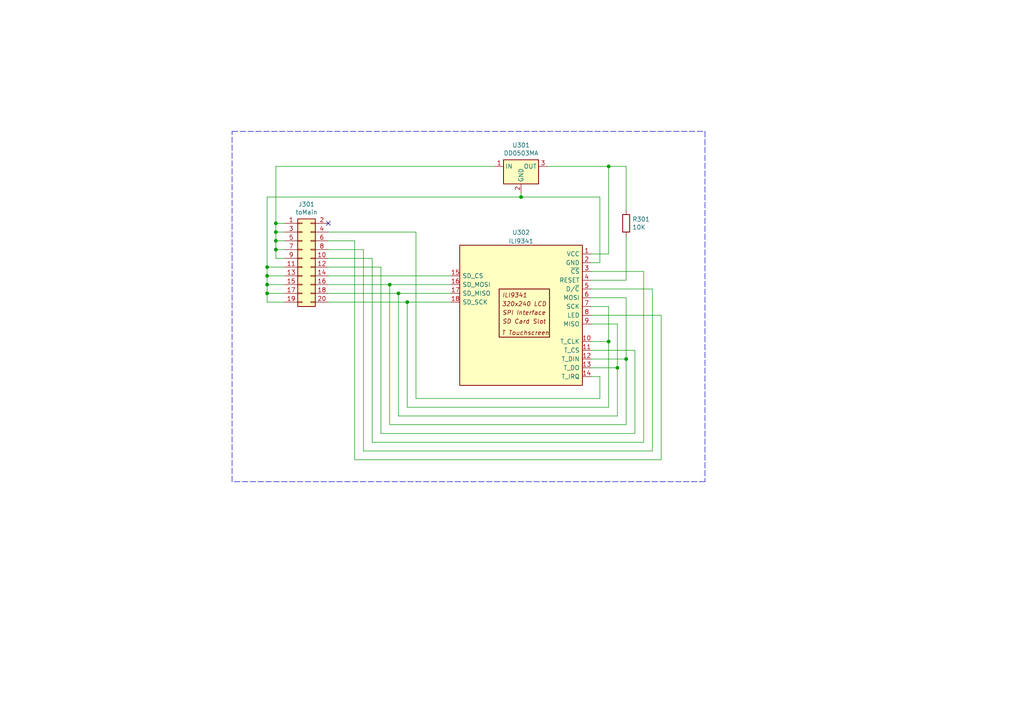
<source format=kicad_sch>
(kicad_sch (version 20211123) (generator eeschema)
  (paper "A4")
  (title_block (title "Brewboard") (date "2018-05-23") (rev "1.1") (company "MBSE") (comment 1 "TFT board"))
  (lib_symbols
    (symbol "Connector_Generic:Conn_02x10_Odd_Even" (pin_names (offset 1.016) hide)
      (property "Reference" "J" (at 1.27 12.7 0))
      (property "Value" "Conn_02x10_Odd_Even" (at 1.27 -15.24 0))
      (symbol "Conn_02x10_Odd_Even_1_1"
        (rectangle (start -1.27 -12.573) (end 0 -12.827) (stroke (width 0.1524)))
        (rectangle (start -1.27 -10.033) (end 0 -10.287) (stroke (width 0.1524)))
        (rectangle (start -1.27 -7.493) (end 0 -7.747) (stroke (width 0.1524)))
        (rectangle (start -1.27 -4.953) (end 0 -5.207) (stroke (width 0.1524)))
        (rectangle (start -1.27 -2.413) (end 0 -2.667) (stroke (width 0.1524)))
        (rectangle (start -1.27 0.127) (end 0 -0.127) (stroke (width 0.1524)))
        (rectangle (start -1.27 2.667) (end 0 2.413) (stroke (width 0.1524)))
        (rectangle (start -1.27 5.207) (end 0 4.953) (stroke (width 0.1524)))
        (rectangle (start -1.27 7.747) (end 0 7.493) (stroke (width 0.1524)))
        (rectangle (start -1.27 10.287) (end 0 10.033) (stroke (width 0.1524)))
        (rectangle (start -1.27 11.43) (end 3.81 -13.97) (stroke (width 0.254)) (fill (type background)))
        (rectangle (start 3.81 -12.573) (end 2.54 -12.827) (stroke (width 0.1524)))
        (rectangle (start 3.81 -10.033) (end 2.54 -10.287) (stroke (width 0.1524)))
        (rectangle (start 3.81 -7.493) (end 2.54 -7.747) (stroke (width 0.1524)))
        (rectangle (start 3.81 -4.953) (end 2.54 -5.207) (stroke (width 0.1524)))
        (rectangle (start 3.81 -2.413) (end 2.54 -2.667) (stroke (width 0.1524)))
        (rectangle (start 3.81 0.127) (end 2.54 -0.127) (stroke (width 0.1524)))
        (rectangle (start 3.81 2.667) (end 2.54 2.413) (stroke (width 0.1524)))
        (rectangle (start 3.81 5.207) (end 2.54 4.953) (stroke (width 0.1524)))
        (rectangle (start 3.81 7.747) (end 2.54 7.493) (stroke (width 0.1524)))
        (rectangle (start 3.81 10.287) (end 2.54 10.033) (stroke (width 0.1524)))
        (pin passive line (at -5.08 10.16 0) (length 3.81) (name "Pin_1") (number "1"))
        (pin passive line (at 7.62 0 180) (length 3.81) (name "Pin_10") (number "10"))
        (pin passive line (at -5.08 -2.54 0) (length 3.81) (name "Pin_11") (number "11"))
        (pin passive line (at 7.62 -2.54 180) (length 3.81) (name "Pin_12") (number "12"))
        (pin passive line (at -5.08 -5.08 0) (length 3.81) (name "Pin_13") (number "13"))
        (pin passive line (at 7.62 -5.08 180) (length 3.81) (name "Pin_14") (number "14"))
        (pin passive line (at -5.08 -7.62 0) (length 3.81) (name "Pin_15") (number "15"))
        (pin passive line (at 7.62 -7.62 180) (length 3.81) (name "Pin_16") (number "16"))
        (pin passive line (at -5.08 -10.16 0) (length 3.81) (name "Pin_17") (number "17"))
        (pin passive line (at 7.62 -10.16 180) (length 3.81) (name "Pin_18") (number "18"))
        (pin passive line (at -5.08 -12.7 0) (length 3.81) (name "Pin_19") (number "19"))
        (pin passive line (at 7.62 10.16 180) (length 3.81) (name "Pin_2") (number "2"))
        (pin passive line (at 7.62 -12.7 180) (length 3.81) (name "Pin_20") (number "20"))
        (pin passive line (at -5.08 7.62 0) (length 3.81) (name "Pin_3") (number "3"))
        (pin passive line (at 7.62 7.62 180) (length 3.81) (name "Pin_4") (number "4"))
        (pin passive line (at -5.08 5.08 0) (length 3.81) (name "Pin_5") (number "5"))
        (pin passive line (at 7.62 5.08 180) (length 3.81) (name "Pin_6") (number "6"))
        (pin passive line (at -5.08 2.54 0) (length 3.81) (name "Pin_7") (number "7"))
        (pin passive line (at 7.62 2.54 180) (length 3.81) (name "Pin_8") (number "8"))
        (pin passive line (at -5.08 0 0) (length 3.81) (name "Pin_9") (number "9"))
      )
    )
    (symbol "Converter_DCDC:OKI-78SR-3.3_1.5-W36-C"
      (property "Reference" "U" (at -3.81 3.175 0))
      (property "Value" "OKI-78SR-3.3_1.5-W36-C" (at 0 3.175 0))
      (symbol "OKI-78SR-3.3_1.5-W36-C_0_1"
        (rectangle (start -5.08 1.905) (end 5.08 -5.08) (stroke (width 0.254)) (fill (type background)))
      )
      (symbol "OKI-78SR-3.3_1.5-W36-C_1_1"
        (pin power_in line (at -7.62 0 0) (length 2.54) (name "IN") (number "1"))
        (pin power_in line (at 0 -7.62 90) (length 2.54) (name "GND") (number "2"))
        (pin power_out line (at 7.62 0 180) (length 2.54) (name "OUT") (number "3"))
      )
    )
    (symbol "Device:R" (pin_numbers hide) (pin_names (offset 0))
      (property "Reference" "R" (at 2.032 0 90))
      (property "Value" "R" (at 0 0 90))
      (symbol "R_0_1"
        (rectangle (start -1.016 -2.54) (end 1.016 2.54) (stroke (width 0.254)))
      )
      (symbol "R_1_1"
        (pin passive line (at 0 3.81 270) (length 1.27) (name "~") (number "1"))
        (pin passive line (at 0 -3.81 90) (length 1.27) (name "~") (number "2"))
      )
    )
    (symbol "TFT_SD:ILI9341" (pin_names (offset 0.762))
      (property "Reference" "U" (at -17.78 20.32 0))
      (property "Value" "ILI9341" (at 2.54 20.32 0))
      (symbol "ILI9341_0_0"
        (text "320x240 LCD" (at 0.889 2.032 0) (effects (font (size 1.27 1.27) italic)))
        (text "ILI9341" (at -5.461 4.572 0) (effects (font (size 1.27 1.27) italic) (justify left)))
        (text "SD Card Slot" (at -5.461 -3.048 0) (effects (font (size 1.27 1.27) italic) (justify left)))
        (text "SPI Interface" (at -5.461 -0.508 0) (effects (font (size 1.27 1.27) italic) (justify left)))
        (text "T Touchscreen" (at 1.27 -6.35 0) (effects (font (size 1.27 1.27) italic)))
        (pin input line (at 20.32 -8.89 180) (length 2.54) (name "T_CLK") (number "10"))
        (pin input line (at 20.32 -11.43 180) (length 2.54) (name "T_CS") (number "11"))
        (pin input line (at 20.32 -13.97 180) (length 2.54) (name "T_DIN") (number "12"))
        (pin tri_state line (at 20.32 -16.51 180) (length 2.54) (name "T_DO") (number "13"))
        (pin open_collector line (at 20.32 -19.05 180) (length 2.54) (name "T_IRQ") (number "14"))
      )
      (symbol "ILI9341_0_1"
        (rectangle (start -17.78 19.05) (end 17.78 -21.59) (stroke (width 0.254)) (fill (type background)))
        (rectangle (start -6.35 6.35) (end 8.255 -7.62) (stroke (width 0.254)))
      )
      (symbol "ILI9341_1_1"
        (pin power_in line (at 20.32 16.51 180) (length 2.54) (name "VCC") (number "1"))
        (pin input line (at -20.32 10.16 0) (length 2.54) (name "SD_CS") (number "15"))
        (pin input line (at -20.32 7.62 0) (length 2.54) (name "SD_MOSI") (number "16"))
        (pin tri_state line (at -20.32 5.08 0) (length 2.54) (name "SD_MISO") (number "17"))
        (pin input line (at -20.32 2.54 0) (length 2.54) (name "SD_SCK") (number "18"))
        (pin power_in line (at 20.32 13.97 180) (length 2.54) (name "GND") (number "2"))
        (pin input line (at 20.32 11.43 180) (length 2.54) (name "~{CS}") (number "3"))
        (pin input line (at 20.32 8.89 180) (length 2.54) (name "RESET") (number "4"))
        (pin input line (at 20.32 6.35 180) (length 2.54) (name "D/~{C}") (number "5"))
        (pin input line (at 20.32 3.81 180) (length 2.54) (name "MOSI") (number "6"))
        (pin input line (at 20.32 1.27 180) (length 2.54) (name "SCK") (number "7"))
        (pin input line (at 20.32 -1.27 180) (length 2.54) (name "LED") (number "8"))
        (pin tri_state line (at 20.32 -3.81 180) (length 2.54) (name "MISO") (number "9"))
      )
    )
  )
  (junction (at 77.47 80.01))
  (junction (at 176.53 48.26))
  (junction (at 115.57 85.09))
  (junction (at 77.47 77.47))
  (junction (at 77.47 85.09))
  (junction (at 80.01 67.31))
  (junction (at 179.07 106.68))
  (junction (at 77.47 82.55))
  (junction (at 176.53 99.06))
  (junction (at 80.01 69.85))
  (junction (at 80.01 64.77))
  (junction (at 113.03 82.55))
  (junction (at 80.01 72.39))
  (junction (at 151.13 57.15))
  (junction (at 118.11 87.63))
  (junction (at 181.61 104.14))
  (no_connect (at 95.25 64.77))
  (wire (pts (xy 181.61 60.96) (xy 181.61 48.26)))
  (wire (pts (xy 171.45 91.44) (xy 191.77 91.44)))
  (wire (pts (xy 95.25 80.01) (xy 130.81 80.01)))
  (wire (pts (xy 181.61 81.28) (xy 181.61 68.58)))
  (wire (pts (xy 171.45 83.82) (xy 189.23 83.82)))
  (wire (pts (xy 102.87 69.85) (xy 95.25 69.85)))
  (wire (pts (xy 77.47 80.01) (xy 82.55 80.01)))
  (wire (pts (xy 110.49 77.47) (xy 95.25 77.47)))
  (wire (pts (xy 171.45 93.98) (xy 179.07 93.98)))
  (polyline (pts (xy 67.31 139.7) (xy 67.31 38.1)))
  (wire (pts (xy 113.03 123.19) (xy 113.03 82.55)))
  (wire (pts (xy 186.69 78.74) (xy 186.69 128.27)))
  (wire (pts (xy 171.45 88.9) (xy 176.53 88.9)))
  (wire (pts (xy 95.25 82.55) (xy 113.03 82.55)))
  (wire (pts (xy 171.45 73.66) (xy 176.53 73.66)))
  (wire (pts (xy 186.69 128.27) (xy 107.95 128.27)))
  (wire (pts (xy 77.47 77.47) (xy 77.47 57.15)))
  (wire (pts (xy 184.15 125.73) (xy 110.49 125.73)))
  (wire (pts (xy 151.13 55.88) (xy 151.13 57.15)))
  (wire (pts (xy 176.53 118.11) (xy 118.11 118.11)))
  (polyline (pts (xy 204.47 139.7) (xy 67.31 139.7)))
  (wire (pts (xy 95.25 85.09) (xy 115.57 85.09)))
  (wire (pts (xy 80.01 64.77) (xy 80.01 48.26)))
  (wire (pts (xy 82.55 72.39) (xy 80.01 72.39)))
  (wire (pts (xy 179.07 120.65) (xy 115.57 120.65)))
  (wire (pts (xy 77.47 77.47) (xy 77.47 80.01)))
  (wire (pts (xy 80.01 72.39) (xy 80.01 69.85)))
  (wire (pts (xy 113.03 82.55) (xy 130.81 82.55)))
  (wire (pts (xy 105.41 130.81) (xy 105.41 72.39)))
  (wire (pts (xy 184.15 101.6) (xy 184.15 125.73)))
  (wire (pts (xy 118.11 87.63) (xy 95.25 87.63)))
  (wire (pts (xy 80.01 74.93) (xy 80.01 72.39)))
  (wire (pts (xy 82.55 69.85) (xy 80.01 69.85)))
  (wire (pts (xy 77.47 85.09) (xy 77.47 87.63)))
  (wire (pts (xy 171.45 78.74) (xy 186.69 78.74)))
  (wire (pts (xy 176.53 73.66) (xy 176.53 48.26)))
  (wire (pts (xy 173.99 76.2) (xy 171.45 76.2)))
  (wire (pts (xy 77.47 57.15) (xy 151.13 57.15)))
  (wire (pts (xy 173.99 115.57) (xy 120.65 115.57)))
  (wire (pts (xy 130.81 87.63) (xy 118.11 87.63)))
  (wire (pts (xy 179.07 106.68) (xy 179.07 120.65)))
  (wire (pts (xy 77.47 85.09) (xy 82.55 85.09)))
  (wire (pts (xy 181.61 123.19) (xy 113.03 123.19)))
  (wire (pts (xy 151.13 57.15) (xy 173.99 57.15)))
  (wire (pts (xy 181.61 48.26) (xy 176.53 48.26)))
  (wire (pts (xy 82.55 74.93) (xy 80.01 74.93)))
  (wire (pts (xy 171.45 101.6) (xy 184.15 101.6)))
  (wire (pts (xy 189.23 130.81) (xy 105.41 130.81)))
  (wire (pts (xy 120.65 115.57) (xy 120.65 67.31)))
  (wire (pts (xy 179.07 93.98) (xy 179.07 106.68)))
  (wire (pts (xy 176.53 48.26) (xy 158.75 48.26)))
  (wire (pts (xy 80.01 64.77) (xy 82.55 64.77)))
  (wire (pts (xy 107.95 74.93) (xy 95.25 74.93)))
  (wire (pts (xy 171.45 106.68) (xy 179.07 106.68)))
  (wire (pts (xy 82.55 67.31) (xy 80.01 67.31)))
  (wire (pts (xy 80.01 69.85) (xy 80.01 67.31)))
  (wire (pts (xy 77.47 87.63) (xy 82.55 87.63)))
  (wire (pts (xy 118.11 118.11) (xy 118.11 87.63)))
  (wire (pts (xy 191.77 91.44) (xy 191.77 133.35)))
  (wire (pts (xy 181.61 104.14) (xy 181.61 123.19)))
  (wire (pts (xy 80.01 48.26) (xy 143.51 48.26)))
  (wire (pts (xy 107.95 128.27) (xy 107.95 74.93)))
  (wire (pts (xy 115.57 120.65) (xy 115.57 85.09)))
  (polyline (pts (xy 204.47 38.1) (xy 204.47 139.7)))
  (wire (pts (xy 105.41 72.39) (xy 95.25 72.39)))
  (wire (pts (xy 102.87 133.35) (xy 102.87 69.85)))
  (wire (pts (xy 181.61 86.36) (xy 181.61 104.14)))
  (wire (pts (xy 189.23 83.82) (xy 189.23 130.81)))
  (wire (pts (xy 173.99 57.15) (xy 173.99 76.2)))
  (wire (pts (xy 171.45 81.28) (xy 181.61 81.28)))
  (wire (pts (xy 171.45 99.06) (xy 176.53 99.06)))
  (polyline (pts (xy 67.31 38.1) (xy 204.47 38.1)))
  (wire (pts (xy 110.49 125.73) (xy 110.49 77.47)))
  (wire (pts (xy 176.53 99.06) (xy 176.53 118.11)))
  (wire (pts (xy 120.65 67.31) (xy 95.25 67.31)))
  (wire (pts (xy 173.99 109.22) (xy 173.99 115.57)))
  (wire (pts (xy 171.45 86.36) (xy 181.61 86.36)))
  (wire (pts (xy 115.57 85.09) (xy 130.81 85.09)))
  (wire (pts (xy 77.47 82.55) (xy 77.47 85.09)))
  (wire (pts (xy 82.55 77.47) (xy 77.47 77.47)))
  (wire (pts (xy 171.45 104.14) (xy 181.61 104.14)))
  (wire (pts (xy 77.47 80.01) (xy 77.47 82.55)))
  (wire (pts (xy 80.01 67.31) (xy 80.01 64.77)))
  (wire (pts (xy 176.53 88.9) (xy 176.53 99.06)))
  (wire (pts (xy 191.77 133.35) (xy 102.87 133.35)))
  (wire (pts (xy 171.45 109.22) (xy 173.99 109.22)))
  (wire (pts (xy 77.47 82.55) (xy 82.55 82.55)))
  (symbol (lib_id "Connector_Generic:Conn_02x10_Odd_Even") (at 87.63 74.93 0) (unit 1)
    (property "Reference" "J301" (at 88.9 59.2582 0))
    (property "Value" "toMain" (at 88.9 61.5696 0))
  )
  (symbol (lib_id "Converter_DCDC:OKI-78SR-3.3_1.5-W36-C") (at 151.13 48.26 0) (unit 1)
    (property "Reference" "U301" (at 151.13 42.1132 0))
    (property "Value" "DD0503MA" (at 151.13 44.4246 0))
    (property "Footprint" "Converter_DCDC:Converter_DCDC_Murata_OKI-78SR_Vertical" (effects hide))
    (property "Datasheet" "https://power.murata.com/data/power/oki-78sr.pdf" (effects hide))
  )
  (symbol (lib_id "Device:R") (at 181.61 64.77 0) (unit 1)
    (property "Reference" "R301" (at 183.388 63.6016 0) (effects (justify left)))
    (property "Value" "10K" (at 183.388 65.913 0) (effects (justify left)))
  )
  (symbol (lib_id "TFT_SD:ILI9341") (at 151.13 90.17 0) (unit 1)
    (property "Reference" "U302" (at 151.13 67.4202 0))
    (property "Value" "ILI9341" (at 151.13 69.9571 0))
  )
)
</source>
